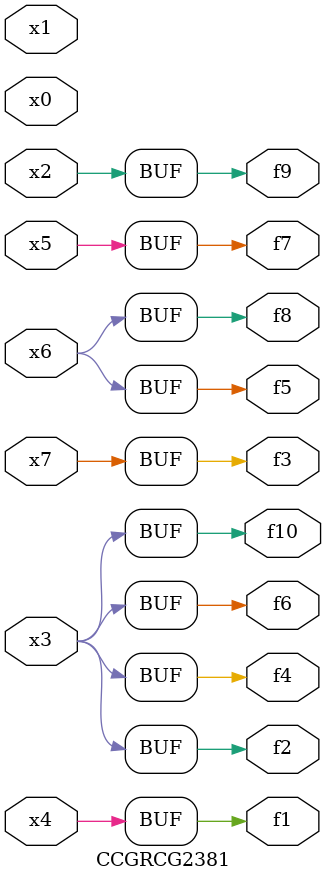
<source format=v>
module CCGRCG2381(
	input x0, x1, x2, x3, x4, x5, x6, x7,
	output f1, f2, f3, f4, f5, f6, f7, f8, f9, f10
);
	assign f1 = x4;
	assign f2 = x3;
	assign f3 = x7;
	assign f4 = x3;
	assign f5 = x6;
	assign f6 = x3;
	assign f7 = x5;
	assign f8 = x6;
	assign f9 = x2;
	assign f10 = x3;
endmodule

</source>
